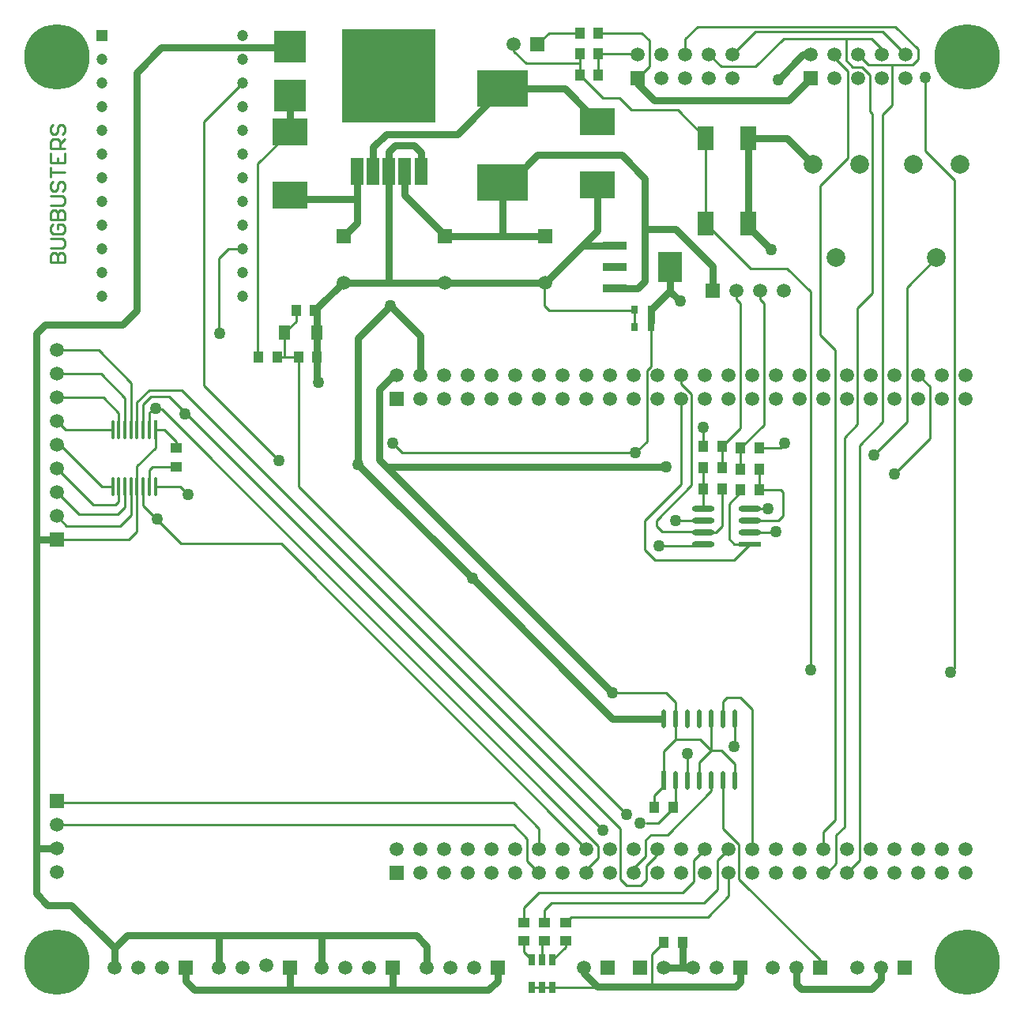
<source format=gtl>
%FSLAX25Y25*%
%MOIN*%
G70*
G01*
G75*
G04 Layer_Physical_Order=1*
G04 Layer_Color=255*
%ADD10R,0.03937X0.05118*%
%ADD11R,0.21654X0.15748*%
%ADD12R,0.39370X0.39370*%
%ADD13R,0.05512X0.11811*%
%ADD14R,0.14961X0.11811*%
%ADD15R,0.04921X0.06299*%
%ADD16R,0.07000X0.10000*%
%ADD17R,0.10039X0.03740*%
%ADD18R,0.10039X0.12992*%
%ADD19R,0.03150X0.03740*%
%ADD20R,0.05118X0.03937*%
%ADD21O,0.01378X0.08268*%
%ADD22R,0.01378X0.08268*%
%ADD23R,0.09449X0.02362*%
%ADD24O,0.09449X0.02362*%
%ADD25R,0.02000X0.08000*%
%ADD26O,0.02000X0.08000*%
%ADD27R,0.02756X0.05118*%
%ADD28C,0.01000*%
%ADD29C,0.03000*%
%ADD30R,0.04724X0.04724*%
%ADD31C,0.04724*%
%ADD32C,0.05906*%
%ADD33R,0.05906X0.05906*%
%ADD34C,0.07874*%
%ADD35R,0.05906X0.05906*%
%ADD36R,0.13780X0.13780*%
%ADD37C,0.05000*%
%ADD38C,0.27559*%
D10*
X236221Y3248032D02*
D03*
X244094D02*
D03*
Y3239173D02*
D03*
X236221D02*
D03*
X244094Y3256890D02*
D03*
X236221D02*
D03*
X124425Y3139764D02*
D03*
X116551D02*
D03*
X125409Y3120079D02*
D03*
X117535D02*
D03*
X108677D02*
D03*
X100803D02*
D03*
X304134Y3063976D02*
D03*
X312008D02*
D03*
Y3072835D02*
D03*
X304134D02*
D03*
X312008Y3081693D02*
D03*
X304134D02*
D03*
X296260Y3064551D02*
D03*
X288386D02*
D03*
X296260Y3073409D02*
D03*
X288386D02*
D03*
X296260Y3082268D02*
D03*
X288386D02*
D03*
X275590Y2930118D02*
D03*
X267717D02*
D03*
X271654Y2873031D02*
D03*
X279528D02*
D03*
D11*
X203795Y3193894D02*
D03*
Y3233264D02*
D03*
D12*
X155795Y3238854D02*
D03*
D13*
X169181Y3198303D02*
D03*
X162488D02*
D03*
X155795D02*
D03*
X149102D02*
D03*
X142409D02*
D03*
D14*
X113878Y3188255D02*
D03*
Y3215155D02*
D03*
X243795Y3219529D02*
D03*
Y3192629D02*
D03*
D15*
X111713Y3130358D02*
D03*
X125295D02*
D03*
D16*
X289471Y3176472D02*
D03*
X307188D02*
D03*
Y3212473D02*
D03*
X289471D02*
D03*
D17*
X251083Y3167110D02*
D03*
Y3158055D02*
D03*
Y3149000D02*
D03*
D18*
X274508Y3158055D02*
D03*
D19*
X266339Y3132874D02*
D03*
X259252D02*
D03*
X266496Y3139945D02*
D03*
X259409D02*
D03*
D20*
X65945Y3081693D02*
D03*
Y3073819D02*
D03*
X230315Y2881480D02*
D03*
Y2873606D02*
D03*
X221457Y2881480D02*
D03*
Y2873606D02*
D03*
X212598Y2881480D02*
D03*
Y2873606D02*
D03*
D21*
X39272Y3065339D02*
D03*
X41831D02*
D03*
X44390D02*
D03*
X46949D02*
D03*
X49508D02*
D03*
X52067D02*
D03*
X54626D02*
D03*
X57185D02*
D03*
X39272Y3089354D02*
D03*
X41831D02*
D03*
X44390D02*
D03*
X46949D02*
D03*
X49508D02*
D03*
X52067D02*
D03*
X54626D02*
D03*
D22*
X57185D02*
D03*
D23*
X307976Y3041201D02*
D03*
D24*
Y3046201D02*
D03*
Y3051201D02*
D03*
Y3056201D02*
D03*
X288291Y3041201D02*
D03*
Y3046201D02*
D03*
Y3051201D02*
D03*
Y3056201D02*
D03*
D25*
X271654Y2941520D02*
D03*
D26*
X276654D02*
D03*
X281653D02*
D03*
X286653D02*
D03*
X291653D02*
D03*
X296654D02*
D03*
X301654D02*
D03*
Y2967520D02*
D03*
X296654D02*
D03*
X291653D02*
D03*
X286653D02*
D03*
X281653D02*
D03*
X276654D02*
D03*
X271654D02*
D03*
D27*
X216142Y2854020D02*
D03*
X220473Y2854020D02*
D03*
X224803D02*
D03*
Y2865634D02*
D03*
X220473D02*
D03*
X216142D02*
D03*
D28*
X84100Y3130000D02*
Y3161600D01*
Y3130000D02*
X84300D01*
X84100Y3161600D02*
X88079Y3165579D01*
X93890D01*
X266200Y2918500D02*
X273240D01*
X264100Y2916400D02*
X266200Y2918500D01*
X269282Y2923400D02*
X276654Y2930772D01*
X264400Y2923400D02*
X269282D01*
X77779Y3108021D02*
Y3219468D01*
X52067Y3057233D02*
X67961Y3041339D01*
X77779Y3219468D02*
X93890Y3235579D01*
X77779Y3108021D02*
X109300Y3076500D01*
X268701Y3048599D02*
Y3051181D01*
Y3048599D02*
X271040Y3046260D01*
X288232D01*
X381889Y3206938D02*
X394200Y3194627D01*
X381889Y3206938D02*
Y3238182D01*
X355238Y3242500D02*
X358800Y3238938D01*
Y3223600D02*
Y3238938D01*
Y3223600D02*
X359768Y3222632D01*
X322212Y3254512D02*
X359252D01*
X310401Y3242701D02*
X322212Y3254512D01*
X295905Y3242701D02*
X310401D01*
X285865Y3259465D02*
X369435D01*
X280827Y3254427D02*
X285865Y3259465D01*
X280827Y3247779D02*
Y3254427D01*
X265748Y3242701D02*
Y3253652D01*
X262510Y3256890D02*
X265748Y3253652D01*
X244094Y3256890D02*
X262510D01*
X260827Y3237780D02*
X265748Y3242701D01*
X256000Y2897100D02*
X261900D01*
X253453Y2899647D02*
X256000Y2897100D01*
X253453Y2899647D02*
Y2921108D01*
X261900Y2897100D02*
X264300Y2899500D01*
Y2905400D01*
X294300Y2895300D02*
Y2907863D01*
X288764Y2889764D02*
X294300Y2895300D01*
X224410Y2889764D02*
X288764D01*
X294300Y2907863D02*
X299000Y2912563D01*
X309000D02*
Y2971300D01*
X303922Y2976378D02*
X309000Y2971300D01*
X298228Y2976378D02*
X303922D01*
X337600Y3192321D02*
X349209Y3203929D01*
X337600Y3129400D02*
Y3192321D01*
Y3129400D02*
X344100Y3122900D01*
X333661Y2988189D02*
Y3147638D01*
X323819Y3157480D02*
X333661Y3147638D01*
X304100Y3090108D02*
Y3142600D01*
X302323Y3144377D02*
X304100Y3142600D01*
X302323Y3144377D02*
Y3148213D01*
X314000Y3091559D02*
Y3142600D01*
X312323Y3144277D02*
X314000Y3142600D01*
X312323Y3144277D02*
Y3148213D01*
X304134Y3081693D02*
X314000Y3091559D01*
X296260Y3082268D02*
X304100Y3090108D01*
X374300Y3092804D02*
Y3149481D01*
X360236Y3078740D02*
X374300Y3092804D01*
X263779Y3038820D02*
Y3051181D01*
Y3038820D02*
X268151Y3034449D01*
X301224D01*
X65945Y3081693D02*
Y3084555D01*
X61146Y3089354D02*
X65945Y3084555D01*
X57185Y3089354D02*
X61146D01*
X59960Y3097900D02*
X244100Y2913760D01*
X54626Y3096526D02*
X56000Y3097900D01*
X54626Y3089354D02*
Y3096526D01*
X55390Y3103300D02*
X63032D01*
X52067Y3099977D02*
X55390Y3103300D01*
X68361Y3106200D02*
X253453Y2921108D01*
X54671Y3106200D02*
X68361D01*
X49508Y3101037D02*
X54671Y3106200D01*
X52067Y3057233D02*
Y3065339D01*
X67961Y3041339D02*
X110224D01*
X353453Y3091653D02*
Y3140854D01*
X347957Y3086157D02*
X353453Y3091653D01*
X347957Y2921776D02*
Y3086157D01*
X344100Y2924809D02*
Y3122900D01*
X339000Y2919709D02*
X344100Y2924809D01*
X353453Y3140854D02*
X359768Y3147169D01*
Y3222632D01*
X364100Y3092600D02*
Y3222368D01*
X354331Y3082831D02*
X364100Y3092600D01*
X354331Y2907894D02*
Y3082831D01*
X374300Y3149481D02*
X386811Y3161992D01*
X394200Y2988688D02*
Y3194627D01*
X392717Y2987205D02*
X394200Y2988688D01*
X378900Y3245600D02*
Y3250000D01*
X369435Y3259465D02*
X378900Y3250000D01*
X376627Y3243327D02*
X378900Y3245600D01*
X358114Y3243327D02*
X376627D01*
X351500Y3242500D02*
X355238D01*
X348600Y3245400D02*
X351500Y3242500D01*
X348600Y3245400D02*
Y3254512D01*
X349209Y3203929D02*
Y3240691D01*
X343661Y3246239D02*
X349209Y3240691D01*
X343661Y3246239D02*
Y3247779D01*
X219000Y2912563D02*
Y2921200D01*
X208300Y2931900D02*
X219000Y2921200D01*
X214100Y2907463D02*
X219000Y2902563D01*
X214100Y2907463D02*
Y2916800D01*
X208239Y2922661D02*
X214100Y2916800D01*
X15748Y2922661D02*
X208239D01*
X16510Y2931900D02*
X208300D01*
X15748Y2932661D02*
X16510Y2931900D01*
X244100Y2908758D02*
Y2913760D01*
X239000Y2903658D02*
X244100Y2908758D01*
X264100Y2909360D02*
Y2916400D01*
X273240Y2918500D02*
X291653Y2936913D01*
X268400Y2909500D02*
Y2911963D01*
X264300Y2905400D02*
X268400Y2909500D01*
Y2911963D02*
X269000Y2912563D01*
X259000Y2904260D02*
X264100Y2909360D01*
X299000Y2892600D02*
Y2902563D01*
X290258Y2883858D02*
X299000Y2892600D01*
X232693Y2883858D02*
X290258D01*
X284200Y2907763D02*
X289000Y2912563D01*
X284200Y2898857D02*
Y2907763D01*
X279528Y2894185D02*
X284200Y2898857D01*
X263469Y2854020D02*
X263779Y2854331D01*
X264547Y3084429D02*
Y3114407D01*
X259842Y3079724D02*
X264547Y3084429D01*
X117535Y3065535D02*
Y3120079D01*
X307976Y3056201D02*
X315846D01*
X320866Y3081693D02*
X322835Y3083661D01*
X312008Y3081693D02*
X320866D01*
X288386Y3082268D02*
Y3090551D01*
X276654Y2967520D02*
Y2974331D01*
X272638Y2978346D02*
X276654Y2974331D01*
X250000Y2978346D02*
X272638D01*
X267717Y2930118D02*
Y2935039D01*
X271654Y2938976D01*
Y2941520D01*
X49508Y3065339D02*
Y3074114D01*
X57185Y3081791D02*
Y3089354D01*
X49508Y3074114D02*
X57185Y3081791D01*
X15748Y3042898D02*
X45850D01*
X49508Y3046555D01*
Y3065339D01*
X157480Y3083661D02*
X161417Y3079724D01*
X259842D01*
X266339Y3132874D02*
Y3134842D01*
Y3116199D02*
Y3132874D01*
X287445Y3040354D02*
X288291Y3041201D01*
X269685Y3040354D02*
X287445D01*
X264547Y3114407D02*
X266339Y3116199D01*
X301224Y3034449D02*
X307976Y3041201D01*
X67535Y3065339D02*
X70866Y3062008D01*
X57185Y3065339D02*
X67535D01*
X308463Y3157480D02*
X323819D01*
X289471Y3176472D02*
X308463Y3157480D01*
X289471Y3212473D02*
X289471Y3212473D01*
Y3176472D02*
Y3212473D01*
X277534Y3224409D02*
X289471Y3212473D01*
X257874Y3224409D02*
X277534D01*
X252953Y3229331D02*
X257874Y3224409D01*
X136795Y3150165D02*
Y3151536D01*
X108677Y3120079D02*
X115921D01*
X111713Y3120571D02*
Y3130358D01*
X100394Y3120079D02*
Y3201670D01*
X113878Y3215155D01*
X116551Y3135197D02*
Y3139764D01*
X111713Y3130358D02*
X116551Y3135197D01*
X117535Y3065535D02*
X255906Y2927165D01*
X369094Y3070866D02*
X383858Y3085630D01*
Y3107705D01*
X379000Y3112563D02*
X383858Y3107705D01*
X304134Y3072835D02*
Y3081693D01*
X312008Y3063976D02*
Y3072835D01*
X299213Y3058071D02*
X304134Y3062992D01*
X299213Y3043307D02*
Y3058071D01*
X312008Y3063976D02*
X320866D01*
X321850Y3062992D01*
Y3053150D02*
Y3062992D01*
X319902Y3051201D02*
X321850Y3053150D01*
X307976Y3051201D02*
X319902D01*
X299213Y3043307D02*
X301319Y3041201D01*
X307976D01*
X263779Y3051181D02*
X279000Y3066402D01*
Y3102563D01*
X288232Y3046260D02*
X288291Y3046201D01*
X268701Y3051181D02*
X283453Y3065933D01*
Y3104407D01*
X279000Y3108860D02*
X283453Y3104407D01*
X279000Y3108860D02*
Y3112563D01*
X246063Y3229331D02*
X252953D01*
X236221Y3239173D02*
X246063Y3229331D01*
X236221Y3244094D02*
Y3248032D01*
Y3239173D02*
Y3244094D01*
X213583D02*
X236221D01*
X208504Y3249173D02*
X213583Y3244094D01*
X208504Y3249173D02*
Y3251968D01*
X218504D02*
X223425Y3256890D01*
X236221D01*
X260575Y3248032D02*
X260827Y3247779D01*
X244094Y3248032D02*
X260575D01*
X244094Y3239173D02*
Y3248032D01*
X339000Y2912563D02*
Y2919709D01*
X296654Y2974803D02*
X298228Y2976378D01*
X296654Y2967520D02*
Y2974803D01*
X318839Y3046201D02*
X318898Y3046260D01*
X307976Y3046201D02*
X318839D01*
X276575Y3051181D02*
X276594Y3051201D01*
X288291D01*
X288386Y3064551D02*
Y3073409D01*
X296260D02*
Y3082268D01*
X221457Y3151198D02*
X221795Y3151536D01*
X221457Y3141780D02*
Y3151198D01*
Y3141780D02*
X223449Y3139787D01*
X259252D01*
Y3132874D02*
Y3139787D01*
X296654Y2921207D02*
Y2941520D01*
Y2921207D02*
X303453Y2914407D01*
Y2899809D02*
Y2914407D01*
Y2899809D02*
X337598Y2865664D01*
Y2862531D02*
Y2865664D01*
X368114Y3226382D02*
Y3243323D01*
X364100Y3222368D02*
X368114Y3226382D01*
X353661Y3247779D02*
X358114Y3243327D01*
X349000Y2902563D02*
X354331Y2907894D01*
X359252Y3254512D02*
X363661Y3250102D01*
Y3247779D02*
Y3250102D01*
X290827Y3247779D02*
X295905Y3242701D01*
X344488Y2906496D02*
Y2918307D01*
X340555Y2902563D02*
X344488Y2906496D01*
X339000Y2902563D02*
X340555D01*
X344488Y2918307D02*
X347957Y2921776D01*
X286968Y2958740D02*
X291653Y2954055D01*
X276654Y2958740D02*
X286968D01*
X291653Y2954055D02*
X295945D01*
X301654Y2948347D01*
Y2941520D02*
Y2948347D01*
X286653Y2941520D02*
Y2949055D01*
X291653Y2954055D01*
Y2967520D01*
X276654Y2958740D02*
Y2967520D01*
X271654Y2953740D02*
X276654Y2958740D01*
X271654Y2941520D02*
Y2953740D01*
X49508Y3089354D02*
Y3101037D01*
X52067Y3089354D02*
Y3099977D01*
X56102Y3073819D02*
X65945D01*
X54626Y3072342D02*
X56102Y3073819D01*
X54626Y3065339D02*
Y3072342D01*
X110224Y3041339D02*
X239000Y2912563D01*
X221457Y2881480D02*
Y2886811D01*
X224410Y2889764D01*
X212598Y2881480D02*
X212598Y2887795D01*
X218988Y2894185D02*
X279528D01*
X212598Y2887795D02*
X218988Y2894185D01*
X230315Y2881480D02*
X232693Y2883858D01*
X230315Y2871146D02*
Y2873606D01*
X224803Y2865634D02*
X230315Y2871146D01*
X220473Y2872622D02*
X221457Y2873606D01*
X220473Y2865634D02*
Y2872622D01*
X212598Y2869177D02*
Y2873606D01*
Y2869177D02*
X216142Y2865634D01*
X301181Y2955709D02*
X301654Y2956181D01*
Y2967520D01*
X281653Y2941520D02*
Y2952598D01*
X216142Y2854020D02*
X263469D01*
X266732Y2854500D02*
Y2868110D01*
X271654Y2873031D01*
X34646Y3065339D02*
X39272D01*
X17087Y3082898D02*
X34646Y3065339D01*
X15748Y3082898D02*
X17087D01*
X19291Y3089354D02*
X39272D01*
X15748Y3092898D02*
X19291Y3089354D01*
X41831D02*
Y3096539D01*
X35472Y3102898D02*
X41831Y3096539D01*
X15748Y3102898D02*
X35472D01*
X46949Y3089354D02*
Y3109138D01*
X33189Y3122898D02*
X46949Y3109138D01*
X15748Y3122898D02*
X33189D01*
X15748Y3112898D02*
X34331D01*
X44390Y3102839D01*
Y3089354D02*
Y3102839D01*
X15748Y3072898D02*
X30984Y3057661D01*
X15748Y3062898D02*
X24921Y3053724D01*
X15748Y3052898D02*
X19842Y3048803D01*
X363976Y3257465D02*
X373661Y3247779D01*
X310512Y3257465D02*
X363976D01*
X300827Y3247779D02*
X310512Y3257465D01*
X30984Y3057661D02*
X40354D01*
X41831Y3059138D01*
Y3065339D01*
X24921Y3053724D02*
X41339D01*
X44390Y3056776D01*
Y3065339D01*
X19842Y3048803D02*
X42323D01*
X46949Y3053429D01*
Y3065339D01*
X288291Y3056201D02*
Y3064457D01*
X288386Y3064551D01*
X288291Y3046201D02*
X293657D01*
X296260Y3048803D01*
Y3064551D01*
X276654Y2930772D02*
Y2941520D01*
X291653Y2936913D02*
Y2941520D01*
X259000Y2902563D02*
Y2904260D01*
X56000Y3097900D02*
X59960D01*
X63032Y3103300D02*
X246062Y2920270D01*
X13002Y3160000D02*
X19000D01*
Y3162999D01*
X18000Y3163999D01*
X17001D01*
X16001Y3162999D01*
Y3160000D01*
Y3162999D01*
X15001Y3163999D01*
X14002D01*
X13002Y3162999D01*
Y3160000D01*
Y3165998D02*
X18000D01*
X19000Y3166998D01*
Y3168997D01*
X18000Y3169997D01*
X13002D01*
X14002Y3175995D02*
X13002Y3174995D01*
Y3172996D01*
X14002Y3171996D01*
X18000D01*
X19000Y3172996D01*
Y3174995D01*
X18000Y3175995D01*
X16001D01*
Y3173996D01*
X13002Y3177994D02*
X19000D01*
Y3180993D01*
X18000Y3181993D01*
X17001D01*
X16001Y3180993D01*
Y3177994D01*
Y3180993D01*
X15001Y3181993D01*
X14002D01*
X13002Y3180993D01*
Y3177994D01*
Y3183992D02*
X18000D01*
X19000Y3184992D01*
Y3186991D01*
X18000Y3187991D01*
X13002D01*
X14002Y3193989D02*
X13002Y3192989D01*
Y3190990D01*
X14002Y3189990D01*
X15001D01*
X16001Y3190990D01*
Y3192989D01*
X17001Y3193989D01*
X18000D01*
X19000Y3192989D01*
Y3190990D01*
X18000Y3189990D01*
X13002Y3195988D02*
Y3199987D01*
Y3197988D01*
X19000D01*
X13002Y3205985D02*
Y3201986D01*
X19000D01*
Y3205985D01*
X16001Y3201986D02*
Y3203986D01*
X19000Y3207985D02*
X13002D01*
Y3210984D01*
X14002Y3211983D01*
X16001D01*
X17001Y3210984D01*
Y3207985D01*
Y3209984D02*
X19000Y3211983D01*
X14002Y3217981D02*
X13002Y3216982D01*
Y3214982D01*
X14002Y3213982D01*
X15001D01*
X16001Y3214982D01*
Y3216982D01*
X17001Y3217981D01*
X18000D01*
X19000Y3216982D01*
Y3214982D01*
X18000Y3213982D01*
D29*
X125409Y3120079D02*
Y3140748D01*
Y3108677D02*
Y3120079D01*
X45276Y2875984D02*
X167323D01*
X127480Y2862531D02*
Y2875472D01*
X84173Y2862531D02*
Y2875472D01*
X263779Y2854331D02*
X302165D01*
X243783D02*
X263779D01*
X304134Y2856299D02*
Y2862531D01*
X302165Y2854331D02*
X304134Y2856299D01*
X238032Y2860083D02*
X243783Y2854331D01*
X238032Y2860083D02*
Y2862531D01*
X151575Y3076772D02*
X154528Y3073819D01*
X250000Y2978346D01*
X154528Y3073819D02*
X272638D01*
X142717Y3074803D02*
Y3127953D01*
X156496Y3141732D01*
X125409Y3140748D02*
X136198Y3151536D01*
X156496Y3141732D02*
X169000Y3129228D01*
X151575Y3076772D02*
Y3106299D01*
X157839Y3112563D01*
X159000D01*
X330457Y3247779D02*
X333661D01*
X319882Y3237205D02*
X330457Y3247779D01*
X6937Y2903850D02*
Y3129968D01*
X10827Y3133858D01*
X43307D01*
X7346Y3042898D02*
X15748D01*
X7661Y2912661D02*
X15748D01*
X6890Y2903803D02*
X6937Y2903850D01*
X43307Y3133858D02*
X49213Y3139764D01*
Y3240157D01*
X59772Y3250716D01*
X113677D01*
X113878Y3250917D01*
X307188Y3175096D02*
Y3176472D01*
Y3175096D02*
X316929Y3165354D01*
X307188Y3176472D02*
Y3212473D01*
X323535D02*
X334646Y3201362D01*
X307188Y3212473D02*
X323535D01*
X125409Y3108677D02*
X125984Y3109252D01*
X136198Y3151536D02*
X136795D01*
X266339Y3134842D02*
Y3139787D01*
X274508Y3147736D02*
X278543Y3143701D01*
X274508Y3147736D02*
Y3147957D01*
X324228Y3228347D02*
X333661Y3237780D01*
X267717Y3228347D02*
X324228D01*
X260827Y3235236D02*
X267717Y3228347D01*
X260827Y3235236D02*
Y3237780D01*
X162488Y3188528D02*
X179795Y3171221D01*
X190945Y3026575D02*
X250000Y2967520D01*
X270600D01*
X142717Y3074803D02*
X190945Y3026575D01*
X263779Y3174213D02*
X276575D01*
X263779D02*
Y3195457D01*
Y3152150D02*
Y3174213D01*
X169000Y3112563D02*
Y3129228D01*
X266339Y3139787D02*
X266496Y3139945D01*
X274508Y3147957D02*
Y3158055D01*
X266496Y3139945D02*
X274508Y3147957D01*
X276575Y3174213D02*
X292323Y3158465D01*
Y3148213D02*
Y3158465D01*
X252953Y3149197D02*
X260827D01*
X263779Y3152150D01*
X271811Y2862531D02*
X284134D01*
X279528Y2863516D02*
Y2873031D01*
X327598Y2855472D02*
Y2862531D01*
Y2855472D02*
X329724Y2853346D01*
X359252D01*
X363409Y2857504D01*
Y2862531D01*
X6890Y2893701D02*
Y2903803D01*
Y2893701D02*
X11811Y2888779D01*
X21693D01*
X39882Y2870591D01*
Y2862531D02*
Y2870591D01*
X45276Y2875984D01*
X167323D02*
X171772Y2871535D01*
Y2862531D02*
Y2871535D01*
X113878Y3216139D02*
Y3230248D01*
Y3216139D02*
X113878Y3216139D01*
X149102Y3198303D02*
Y3208732D01*
X154528Y3214157D01*
X184689D01*
X203795Y3233264D01*
X230060D01*
X243795Y3219529D01*
X203795Y3171276D02*
Y3193894D01*
Y3171276D02*
X203850Y3171221D01*
X179795D02*
X203850D01*
X221795D01*
X243795Y3173536D02*
Y3192629D01*
X179295Y3151536D02*
X221795D01*
X155795Y3152804D02*
Y3198303D01*
X154528Y3151536D02*
X155795Y3152804D01*
X136795Y3151536D02*
X154528D01*
X179295D01*
X136795Y3171221D02*
X142409Y3176835D01*
X113878Y3189239D02*
X116518Y3186598D01*
X142409D01*
Y3176835D02*
Y3186598D01*
Y3198303D01*
X169181D02*
Y3206394D01*
X166339Y3209236D02*
X169181Y3206394D01*
X158465Y3209236D02*
X166339D01*
X155795Y3206567D02*
X158465Y3209236D01*
X155795Y3198303D02*
Y3206567D01*
X162488Y3188528D02*
Y3198303D01*
X250918Y3166946D02*
X251083Y3167110D01*
X237205Y3166946D02*
X250918D01*
X221795Y3151536D02*
X237205Y3166946D01*
X243795Y3173536D01*
X203795Y3193894D02*
X207098D01*
X218504Y3205299D01*
X253937D01*
X263779Y3195457D01*
X197835Y2852937D02*
X201772Y2856874D01*
Y2862531D01*
X157480Y2852937D02*
X197835D01*
X157480D02*
Y2862531D01*
X114173Y2852961D02*
Y2862531D01*
Y2852961D02*
X114197Y2852937D01*
X157480D01*
X69882Y2856874D02*
Y2862531D01*
Y2856874D02*
X73819Y2852937D01*
X114197D01*
D30*
X34795Y3255579D02*
D03*
D31*
Y3245579D02*
D03*
Y3235579D02*
D03*
Y3225579D02*
D03*
Y3215579D02*
D03*
Y3205579D02*
D03*
Y3195579D02*
D03*
Y3185579D02*
D03*
Y3175579D02*
D03*
Y3165579D02*
D03*
Y3155579D02*
D03*
Y3145579D02*
D03*
X93890Y3255579D02*
D03*
Y3245579D02*
D03*
Y3235579D02*
D03*
Y3225579D02*
D03*
Y3215579D02*
D03*
Y3205579D02*
D03*
Y3195579D02*
D03*
Y3185579D02*
D03*
Y3175579D02*
D03*
Y3165579D02*
D03*
Y3155579D02*
D03*
Y3145579D02*
D03*
D32*
X136795Y3151536D02*
D03*
X179295D02*
D03*
X221795D02*
D03*
X302323Y3148213D02*
D03*
X312323D02*
D03*
X322323D02*
D03*
X169000Y2902563D02*
D03*
X179000D02*
D03*
X189000D02*
D03*
X199000D02*
D03*
X209000D02*
D03*
X219000D02*
D03*
X229000D02*
D03*
X239000D02*
D03*
X249000D02*
D03*
X259000D02*
D03*
X269000D02*
D03*
X279000D02*
D03*
X289000D02*
D03*
X299000D02*
D03*
X309000D02*
D03*
X319000D02*
D03*
X329000D02*
D03*
X339000D02*
D03*
X349000D02*
D03*
X359000D02*
D03*
X369000D02*
D03*
X379000D02*
D03*
X389000D02*
D03*
X399000D02*
D03*
X159000Y2912563D02*
D03*
X169000D02*
D03*
X179000D02*
D03*
X189000D02*
D03*
X199000D02*
D03*
X209000D02*
D03*
X219000D02*
D03*
X229000D02*
D03*
X239000D02*
D03*
X249000D02*
D03*
X259000D02*
D03*
X269000D02*
D03*
X279000D02*
D03*
X289000D02*
D03*
X299000D02*
D03*
X309000D02*
D03*
X319000D02*
D03*
X329000D02*
D03*
X339000D02*
D03*
X349000D02*
D03*
X359000D02*
D03*
X369000D02*
D03*
X379000D02*
D03*
X389000D02*
D03*
X399000D02*
D03*
X169000Y3102563D02*
D03*
X179000D02*
D03*
X189000D02*
D03*
X199000D02*
D03*
X209000D02*
D03*
X219000D02*
D03*
X229000D02*
D03*
X239000D02*
D03*
X249000D02*
D03*
X259000D02*
D03*
X269000D02*
D03*
X279000D02*
D03*
X289000D02*
D03*
X299000D02*
D03*
X309000D02*
D03*
X319000D02*
D03*
X329000D02*
D03*
X339000D02*
D03*
X349000D02*
D03*
X359000D02*
D03*
X369000D02*
D03*
X379000D02*
D03*
X389000D02*
D03*
X399000D02*
D03*
X159000Y3112563D02*
D03*
X169000D02*
D03*
X179000D02*
D03*
X189000D02*
D03*
X199000D02*
D03*
X209000D02*
D03*
X219000D02*
D03*
X229000D02*
D03*
X239000D02*
D03*
X249000D02*
D03*
X259000D02*
D03*
X269000D02*
D03*
X279000D02*
D03*
X289000D02*
D03*
X299000D02*
D03*
X309000D02*
D03*
X319000D02*
D03*
X329000D02*
D03*
X339000D02*
D03*
X349000D02*
D03*
X359000D02*
D03*
X369000D02*
D03*
X379000D02*
D03*
X389000D02*
D03*
X399000D02*
D03*
X238032Y2862531D02*
D03*
X271811D02*
D03*
X353410D02*
D03*
X363409D02*
D03*
X317598D02*
D03*
X327598D02*
D03*
X284134D02*
D03*
X294134D02*
D03*
X191772D02*
D03*
X181772D02*
D03*
X171772D02*
D03*
X147480D02*
D03*
X137480D02*
D03*
X127480D02*
D03*
X104173Y2863268D02*
D03*
X94173Y2862531D02*
D03*
X84173D02*
D03*
X59882D02*
D03*
X49882D02*
D03*
X39882D02*
D03*
X15748Y2922661D02*
D03*
Y2912661D02*
D03*
Y2902661D02*
D03*
Y3052898D02*
D03*
Y3122898D02*
D03*
Y3112898D02*
D03*
Y3102898D02*
D03*
Y3092898D02*
D03*
Y3082898D02*
D03*
Y3072898D02*
D03*
Y3062898D02*
D03*
X270827Y3237780D02*
D03*
X280827D02*
D03*
X290827D02*
D03*
X300827D02*
D03*
X260827Y3247779D02*
D03*
X270827D02*
D03*
X280827D02*
D03*
X290827D02*
D03*
X300827D02*
D03*
X343661Y3237780D02*
D03*
X353661D02*
D03*
X363661D02*
D03*
X373661D02*
D03*
X333661Y3247779D02*
D03*
X343661D02*
D03*
X353661D02*
D03*
X363661D02*
D03*
X373661D02*
D03*
X208504Y3251968D02*
D03*
D33*
X136795Y3171221D02*
D03*
X179295D02*
D03*
X221795D02*
D03*
X15748Y2932661D02*
D03*
Y3042898D02*
D03*
D34*
X386811Y3161992D02*
D03*
X376969Y3201362D02*
D03*
X396654D02*
D03*
X344488Y3161992D02*
D03*
X334646Y3201362D02*
D03*
X354331D02*
D03*
D35*
X292323Y3148213D02*
D03*
X159000Y2902563D02*
D03*
Y3102563D02*
D03*
X248031Y2862531D02*
D03*
X261811D02*
D03*
X373410D02*
D03*
X337598D02*
D03*
X304134D02*
D03*
X201772D02*
D03*
X157480D02*
D03*
X114173D02*
D03*
X69882D02*
D03*
X260827Y3237780D02*
D03*
X333661D02*
D03*
X218504Y3251968D02*
D03*
D36*
X113878Y3230248D02*
D03*
Y3250917D02*
D03*
D37*
X84300Y3130000D02*
D03*
X261700Y2923400D02*
D03*
X57900Y3051700D02*
D03*
X109300Y3076500D02*
D03*
X259842Y3079724D02*
D03*
X125984Y3109252D02*
D03*
X315846Y3056201D02*
D03*
X322835Y3083661D02*
D03*
X288386Y3090551D02*
D03*
X272638Y3073819D02*
D03*
X250000Y2978346D02*
D03*
X319882Y3237205D02*
D03*
X316929Y3165354D02*
D03*
X157480Y3083661D02*
D03*
X269685Y3040354D02*
D03*
X278543Y3143701D02*
D03*
X142717Y3074803D02*
D03*
X70866Y3062008D02*
D03*
X190945Y3026575D02*
D03*
X156496Y3141732D02*
D03*
X333661Y2988189D02*
D03*
X255906Y2927165D02*
D03*
X392717Y2987205D02*
D03*
X381889Y3238182D02*
D03*
X369094Y3070866D02*
D03*
X360236Y3078740D02*
D03*
X318898Y3046260D02*
D03*
X276575Y3051181D02*
D03*
X246062Y2920270D02*
D03*
X301181Y2955709D02*
D03*
X281653Y2952598D02*
D03*
X57200Y3098400D02*
D03*
X69800Y3096200D02*
D03*
D38*
X15748Y2864748D02*
D03*
Y3246638D02*
D03*
X399606D02*
D03*
Y2864748D02*
D03*
M02*

</source>
